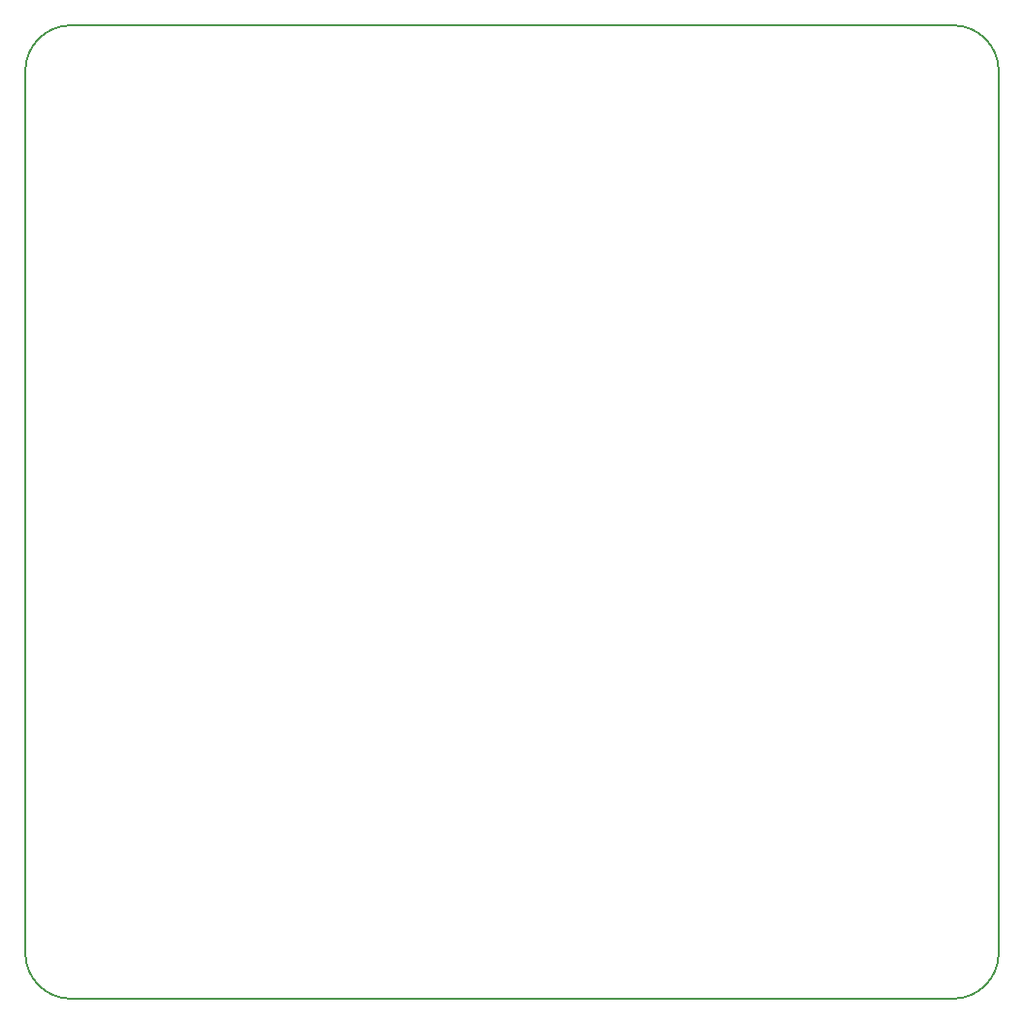
<source format=gko>
G04*
G04 #@! TF.GenerationSoftware,Altium Limited,CircuitStudio,1.5.1 (13)*
G04*
G04 Layer_Color=16720538*
%FSLAX25Y25*%
%MOIN*%
G70*
G01*
G75*
%ADD43C,0.00591*%
D43*
X393701Y409449D02*
G03*
X409449Y393701I15748J0D01*
G01*
X712598D02*
G03*
X728346Y409449I0J15748D01*
G01*
X728346Y712598D02*
G03*
X712598Y728346I-15748J0D01*
G01*
X409449Y728346D02*
G03*
X393701Y712598I0J-15748D01*
G01*
X409449Y393701D02*
X712598D01*
X728346Y409449D02*
X728346Y712598D01*
X393701D02*
X393701Y409449D01*
X409449Y728346D02*
X712598D01*
M02*

</source>
